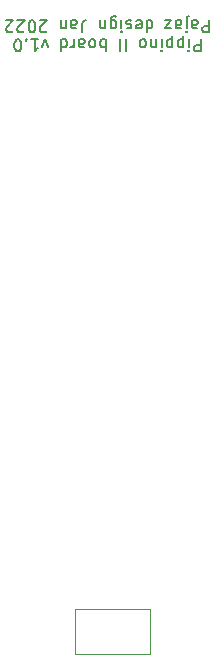
<source format=gbr>
%TF.GenerationSoftware,KiCad,Pcbnew,6.0.1-79c1e3a40b~116~ubuntu20.04.1*%
%TF.CreationDate,2022-01-24T14:31:54+01:00*%
%TF.ProjectId,pippino_board,70697070-696e-46f5-9f62-6f6172642e6b,rev?*%
%TF.SameCoordinates,Original*%
%TF.FileFunction,Legend,Bot*%
%TF.FilePolarity,Positive*%
%FSLAX46Y46*%
G04 Gerber Fmt 4.6, Leading zero omitted, Abs format (unit mm)*
G04 Created by KiCad (PCBNEW 6.0.1-79c1e3a40b~116~ubuntu20.04.1) date 2022-01-24 14:31:54*
%MOMM*%
%LPD*%
G01*
G04 APERTURE LIST*
%ADD10C,0.150000*%
%ADD11C,0.120000*%
G04 APERTURE END LIST*
D10*
X239857142Y-35572619D02*
X239857142Y-36572619D01*
X239476190Y-36572619D01*
X239380952Y-36525000D01*
X239333333Y-36477380D01*
X239285714Y-36382142D01*
X239285714Y-36239285D01*
X239333333Y-36144047D01*
X239380952Y-36096428D01*
X239476190Y-36048809D01*
X239857142Y-36048809D01*
X238857142Y-35572619D02*
X238857142Y-36239285D01*
X238857142Y-36572619D02*
X238904761Y-36525000D01*
X238857142Y-36477380D01*
X238809523Y-36525000D01*
X238857142Y-36572619D01*
X238857142Y-36477380D01*
X238380952Y-36239285D02*
X238380952Y-35239285D01*
X238380952Y-36191666D02*
X238285714Y-36239285D01*
X238095238Y-36239285D01*
X238000000Y-36191666D01*
X237952380Y-36144047D01*
X237904761Y-36048809D01*
X237904761Y-35763095D01*
X237952380Y-35667857D01*
X238000000Y-35620238D01*
X238095238Y-35572619D01*
X238285714Y-35572619D01*
X238380952Y-35620238D01*
X237476190Y-36239285D02*
X237476190Y-35239285D01*
X237476190Y-36191666D02*
X237380952Y-36239285D01*
X237190476Y-36239285D01*
X237095238Y-36191666D01*
X237047619Y-36144047D01*
X237000000Y-36048809D01*
X237000000Y-35763095D01*
X237047619Y-35667857D01*
X237095238Y-35620238D01*
X237190476Y-35572619D01*
X237380952Y-35572619D01*
X237476190Y-35620238D01*
X236571428Y-35572619D02*
X236571428Y-36239285D01*
X236571428Y-36572619D02*
X236619047Y-36525000D01*
X236571428Y-36477380D01*
X236523809Y-36525000D01*
X236571428Y-36572619D01*
X236571428Y-36477380D01*
X236095238Y-36239285D02*
X236095238Y-35572619D01*
X236095238Y-36144047D02*
X236047619Y-36191666D01*
X235952380Y-36239285D01*
X235809523Y-36239285D01*
X235714285Y-36191666D01*
X235666666Y-36096428D01*
X235666666Y-35572619D01*
X235047619Y-35572619D02*
X235142857Y-35620238D01*
X235190476Y-35667857D01*
X235238095Y-35763095D01*
X235238095Y-36048809D01*
X235190476Y-36144047D01*
X235142857Y-36191666D01*
X235047619Y-36239285D01*
X234904761Y-36239285D01*
X234809523Y-36191666D01*
X234761904Y-36144047D01*
X234714285Y-36048809D01*
X234714285Y-35763095D01*
X234761904Y-35667857D01*
X234809523Y-35620238D01*
X234904761Y-35572619D01*
X235047619Y-35572619D01*
X233523809Y-35572619D02*
X233523809Y-36572619D01*
X233047619Y-35572619D02*
X233047619Y-36572619D01*
X231809523Y-35572619D02*
X231809523Y-36572619D01*
X231809523Y-36191666D02*
X231714285Y-36239285D01*
X231523809Y-36239285D01*
X231428571Y-36191666D01*
X231380952Y-36144047D01*
X231333333Y-36048809D01*
X231333333Y-35763095D01*
X231380952Y-35667857D01*
X231428571Y-35620238D01*
X231523809Y-35572619D01*
X231714285Y-35572619D01*
X231809523Y-35620238D01*
X230761904Y-35572619D02*
X230857142Y-35620238D01*
X230904761Y-35667857D01*
X230952380Y-35763095D01*
X230952380Y-36048809D01*
X230904761Y-36144047D01*
X230857142Y-36191666D01*
X230761904Y-36239285D01*
X230619047Y-36239285D01*
X230523809Y-36191666D01*
X230476190Y-36144047D01*
X230428571Y-36048809D01*
X230428571Y-35763095D01*
X230476190Y-35667857D01*
X230523809Y-35620238D01*
X230619047Y-35572619D01*
X230761904Y-35572619D01*
X229571428Y-35572619D02*
X229571428Y-36096428D01*
X229619047Y-36191666D01*
X229714285Y-36239285D01*
X229904761Y-36239285D01*
X230000000Y-36191666D01*
X229571428Y-35620238D02*
X229666666Y-35572619D01*
X229904761Y-35572619D01*
X230000000Y-35620238D01*
X230047619Y-35715476D01*
X230047619Y-35810714D01*
X230000000Y-35905952D01*
X229904761Y-35953571D01*
X229666666Y-35953571D01*
X229571428Y-36001190D01*
X229095238Y-35572619D02*
X229095238Y-36239285D01*
X229095238Y-36048809D02*
X229047619Y-36144047D01*
X229000000Y-36191666D01*
X228904761Y-36239285D01*
X228809523Y-36239285D01*
X228047619Y-35572619D02*
X228047619Y-36572619D01*
X228047619Y-35620238D02*
X228142857Y-35572619D01*
X228333333Y-35572619D01*
X228428571Y-35620238D01*
X228476190Y-35667857D01*
X228523809Y-35763095D01*
X228523809Y-36048809D01*
X228476190Y-36144047D01*
X228428571Y-36191666D01*
X228333333Y-36239285D01*
X228142857Y-36239285D01*
X228047619Y-36191666D01*
X226904761Y-36239285D02*
X226666666Y-35572619D01*
X226428571Y-36239285D01*
X225523809Y-35572619D02*
X226095238Y-35572619D01*
X225809523Y-35572619D02*
X225809523Y-36572619D01*
X225904761Y-36429761D01*
X226000000Y-36334523D01*
X226095238Y-36286904D01*
X225095238Y-35667857D02*
X225047619Y-35620238D01*
X225095238Y-35572619D01*
X225142857Y-35620238D01*
X225095238Y-35667857D01*
X225095238Y-35572619D01*
X224428571Y-36572619D02*
X224333333Y-36572619D01*
X224238095Y-36525000D01*
X224190476Y-36477380D01*
X224142857Y-36382142D01*
X224095238Y-36191666D01*
X224095238Y-35953571D01*
X224142857Y-35763095D01*
X224190476Y-35667857D01*
X224238095Y-35620238D01*
X224333333Y-35572619D01*
X224428571Y-35572619D01*
X224523809Y-35620238D01*
X224571428Y-35667857D01*
X224619047Y-35763095D01*
X224666666Y-35953571D01*
X224666666Y-36191666D01*
X224619047Y-36382142D01*
X224571428Y-36477380D01*
X224523809Y-36525000D01*
X224428571Y-36572619D01*
X240571428Y-33962619D02*
X240571428Y-34962619D01*
X240190476Y-34962619D01*
X240095238Y-34915000D01*
X240047619Y-34867380D01*
X240000000Y-34772142D01*
X240000000Y-34629285D01*
X240047619Y-34534047D01*
X240095238Y-34486428D01*
X240190476Y-34438809D01*
X240571428Y-34438809D01*
X239142857Y-33962619D02*
X239142857Y-34486428D01*
X239190476Y-34581666D01*
X239285714Y-34629285D01*
X239476190Y-34629285D01*
X239571428Y-34581666D01*
X239142857Y-34010238D02*
X239238095Y-33962619D01*
X239476190Y-33962619D01*
X239571428Y-34010238D01*
X239619047Y-34105476D01*
X239619047Y-34200714D01*
X239571428Y-34295952D01*
X239476190Y-34343571D01*
X239238095Y-34343571D01*
X239142857Y-34391190D01*
X238666666Y-34629285D02*
X238666666Y-33772142D01*
X238714285Y-33676904D01*
X238809523Y-33629285D01*
X238857142Y-33629285D01*
X238666666Y-34962619D02*
X238714285Y-34915000D01*
X238666666Y-34867380D01*
X238619047Y-34915000D01*
X238666666Y-34962619D01*
X238666666Y-34867380D01*
X237761904Y-33962619D02*
X237761904Y-34486428D01*
X237809523Y-34581666D01*
X237904761Y-34629285D01*
X238095238Y-34629285D01*
X238190476Y-34581666D01*
X237761904Y-34010238D02*
X237857142Y-33962619D01*
X238095238Y-33962619D01*
X238190476Y-34010238D01*
X238238095Y-34105476D01*
X238238095Y-34200714D01*
X238190476Y-34295952D01*
X238095238Y-34343571D01*
X237857142Y-34343571D01*
X237761904Y-34391190D01*
X237380952Y-34629285D02*
X236857142Y-34629285D01*
X237380952Y-33962619D01*
X236857142Y-33962619D01*
X235285714Y-33962619D02*
X235285714Y-34962619D01*
X235285714Y-34010238D02*
X235380952Y-33962619D01*
X235571428Y-33962619D01*
X235666666Y-34010238D01*
X235714285Y-34057857D01*
X235761904Y-34153095D01*
X235761904Y-34438809D01*
X235714285Y-34534047D01*
X235666666Y-34581666D01*
X235571428Y-34629285D01*
X235380952Y-34629285D01*
X235285714Y-34581666D01*
X234428571Y-34010238D02*
X234523809Y-33962619D01*
X234714285Y-33962619D01*
X234809523Y-34010238D01*
X234857142Y-34105476D01*
X234857142Y-34486428D01*
X234809523Y-34581666D01*
X234714285Y-34629285D01*
X234523809Y-34629285D01*
X234428571Y-34581666D01*
X234380952Y-34486428D01*
X234380952Y-34391190D01*
X234857142Y-34295952D01*
X234000000Y-34010238D02*
X233904761Y-33962619D01*
X233714285Y-33962619D01*
X233619047Y-34010238D01*
X233571428Y-34105476D01*
X233571428Y-34153095D01*
X233619047Y-34248333D01*
X233714285Y-34295952D01*
X233857142Y-34295952D01*
X233952380Y-34343571D01*
X234000000Y-34438809D01*
X234000000Y-34486428D01*
X233952380Y-34581666D01*
X233857142Y-34629285D01*
X233714285Y-34629285D01*
X233619047Y-34581666D01*
X233142857Y-33962619D02*
X233142857Y-34629285D01*
X233142857Y-34962619D02*
X233190476Y-34915000D01*
X233142857Y-34867380D01*
X233095238Y-34915000D01*
X233142857Y-34962619D01*
X233142857Y-34867380D01*
X232238095Y-34629285D02*
X232238095Y-33819761D01*
X232285714Y-33724523D01*
X232333333Y-33676904D01*
X232428571Y-33629285D01*
X232571428Y-33629285D01*
X232666666Y-33676904D01*
X232238095Y-34010238D02*
X232333333Y-33962619D01*
X232523809Y-33962619D01*
X232619047Y-34010238D01*
X232666666Y-34057857D01*
X232714285Y-34153095D01*
X232714285Y-34438809D01*
X232666666Y-34534047D01*
X232619047Y-34581666D01*
X232523809Y-34629285D01*
X232333333Y-34629285D01*
X232238095Y-34581666D01*
X231761904Y-34629285D02*
X231761904Y-33962619D01*
X231761904Y-34534047D02*
X231714285Y-34581666D01*
X231619047Y-34629285D01*
X231476190Y-34629285D01*
X231380952Y-34581666D01*
X231333333Y-34486428D01*
X231333333Y-33962619D01*
X229809523Y-34962619D02*
X229809523Y-34248333D01*
X229857142Y-34105476D01*
X229952380Y-34010238D01*
X230095238Y-33962619D01*
X230190476Y-33962619D01*
X228904761Y-33962619D02*
X228904761Y-34486428D01*
X228952380Y-34581666D01*
X229047619Y-34629285D01*
X229238095Y-34629285D01*
X229333333Y-34581666D01*
X228904761Y-34010238D02*
X229000000Y-33962619D01*
X229238095Y-33962619D01*
X229333333Y-34010238D01*
X229380952Y-34105476D01*
X229380952Y-34200714D01*
X229333333Y-34295952D01*
X229238095Y-34343571D01*
X229000000Y-34343571D01*
X228904761Y-34391190D01*
X228428571Y-34629285D02*
X228428571Y-33962619D01*
X228428571Y-34534047D02*
X228380952Y-34581666D01*
X228285714Y-34629285D01*
X228142857Y-34629285D01*
X228047619Y-34581666D01*
X228000000Y-34486428D01*
X228000000Y-33962619D01*
X226809523Y-34867380D02*
X226761904Y-34915000D01*
X226666666Y-34962619D01*
X226428571Y-34962619D01*
X226333333Y-34915000D01*
X226285714Y-34867380D01*
X226238095Y-34772142D01*
X226238095Y-34676904D01*
X226285714Y-34534047D01*
X226857142Y-33962619D01*
X226238095Y-33962619D01*
X225619047Y-34962619D02*
X225523809Y-34962619D01*
X225428571Y-34915000D01*
X225380952Y-34867380D01*
X225333333Y-34772142D01*
X225285714Y-34581666D01*
X225285714Y-34343571D01*
X225333333Y-34153095D01*
X225380952Y-34057857D01*
X225428571Y-34010238D01*
X225523809Y-33962619D01*
X225619047Y-33962619D01*
X225714285Y-34010238D01*
X225761904Y-34057857D01*
X225809523Y-34153095D01*
X225857142Y-34343571D01*
X225857142Y-34581666D01*
X225809523Y-34772142D01*
X225761904Y-34867380D01*
X225714285Y-34915000D01*
X225619047Y-34962619D01*
X224904761Y-34867380D02*
X224857142Y-34915000D01*
X224761904Y-34962619D01*
X224523809Y-34962619D01*
X224428571Y-34915000D01*
X224380952Y-34867380D01*
X224333333Y-34772142D01*
X224333333Y-34676904D01*
X224380952Y-34534047D01*
X224952380Y-33962619D01*
X224333333Y-33962619D01*
X223952380Y-34867380D02*
X223904761Y-34915000D01*
X223809523Y-34962619D01*
X223571428Y-34962619D01*
X223476190Y-34915000D01*
X223428571Y-34867380D01*
X223380952Y-34772142D01*
X223380952Y-34676904D01*
X223428571Y-34534047D01*
X224000000Y-33962619D01*
X223380952Y-33962619D01*
D11*
X235585000Y-87630000D02*
X229235000Y-87630000D01*
X229235000Y-87630000D02*
X229235000Y-83820000D01*
X229235000Y-83820000D02*
X235585000Y-83820000D01*
X235585000Y-83820000D02*
X235585000Y-87630000D01*
M02*

</source>
